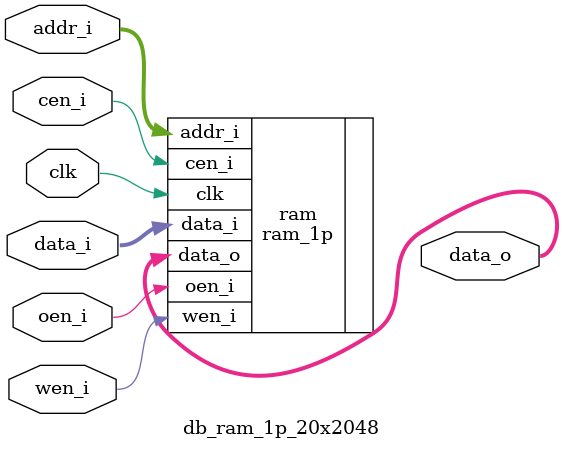
<source format=v>

`include "enc_defines.v"

module db_ram_1p_20x2048 (
  clk    ,
  cen_i  ,
  oen_i  ,
  wen_i  ,
  addr_i ,
  data_i ,
  data_o
);

//*** PARAMETER DECLARATION ****************************************************

  localparam Word_Width = 20 ;
  localparam Addr_Width = 11 ;


//*** INPUT/OUTPUT DECLARATION *************************************************

  input                     clk    ;
  input                     cen_i  ;
  input                     oen_i  ;
  input                     wen_i  ;
  input   [Addr_Width-1:0]  addr_i ;
  input   [Word_Width-1:0]  data_i ;
  output  [Word_Width-1:0]  data_o ;


//*** MAIN BODY ****************************************************************

  ram_1p #(
    .Addr_Width    ( Addr_Width    ),
    .Word_Width    ( Word_Width    )
  ) ram (                          
    .clk           ( clk           ),
    .cen_i         ( cen_i         ),
    .oen_i         ( oen_i         ),
    .wen_i         ( wen_i         ),
    .addr_i        ( addr_i        ),
    .data_i        ( data_i        ),
    .data_o        ( data_o        )
    );


endmodule

</source>
